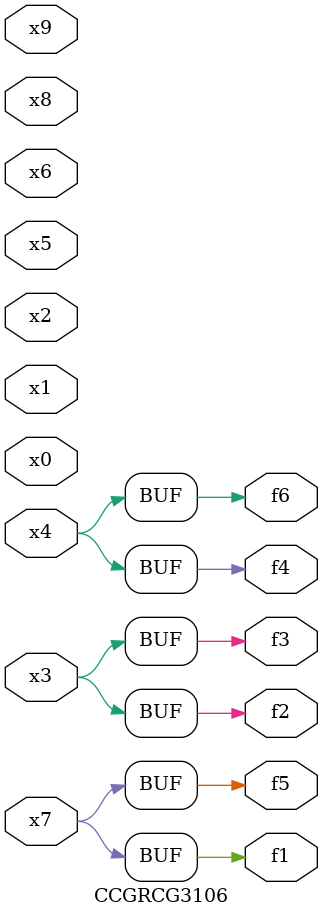
<source format=v>
module CCGRCG3106(
	input x0, x1, x2, x3, x4, x5, x6, x7, x8, x9,
	output f1, f2, f3, f4, f5, f6
);
	assign f1 = x7;
	assign f2 = x3;
	assign f3 = x3;
	assign f4 = x4;
	assign f5 = x7;
	assign f6 = x4;
endmodule

</source>
